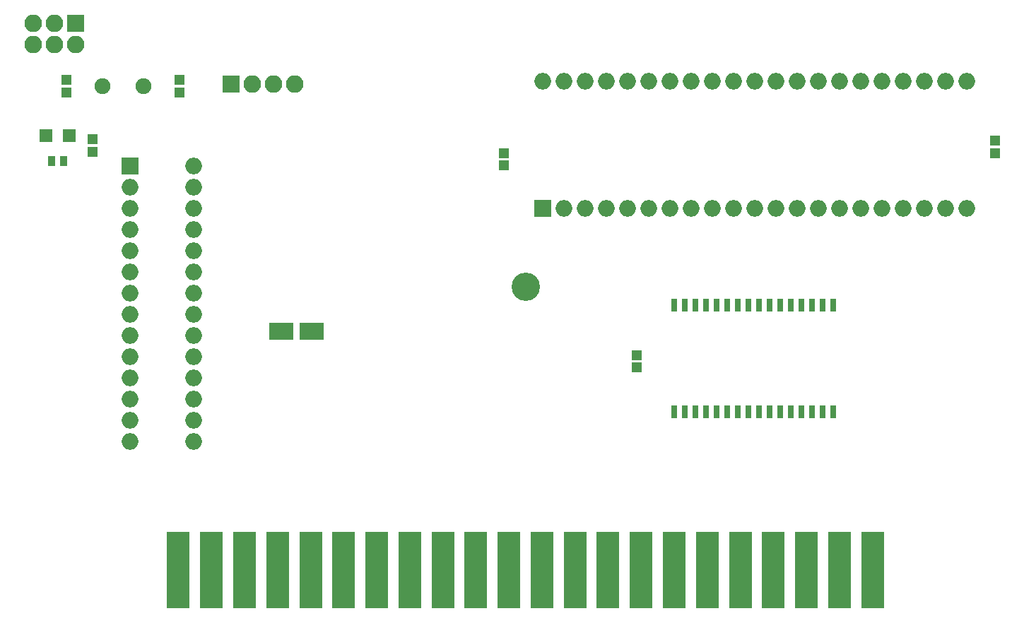
<source format=gbr>
G04 #@! TF.FileFunction,Soldermask,Top*
%FSLAX46Y46*%
G04 Gerber Fmt 4.6, Leading zero omitted, Abs format (unit mm)*
G04 Created by KiCad (PCBNEW 4.0.7) date 07/31/18 13:25:54*
%MOMM*%
%LPD*%
G01*
G04 APERTURE LIST*
%ADD10C,0.100000*%
%ADD11R,2.000000X2.000000*%
%ADD12O,2.000000X2.000000*%
%ADD13R,1.150000X1.200000*%
%ADD14R,3.000000X2.000000*%
%ADD15R,1.500000X1.500000*%
%ADD16R,2.100000X2.100000*%
%ADD17O,2.100000X2.100000*%
%ADD18R,0.900000X1.300000*%
%ADD19C,1.900000*%
%ADD20R,2.800000X9.200000*%
%ADD21R,0.800000X1.600000*%
%ADD22C,3.400000*%
G04 APERTURE END LIST*
D10*
D11*
X109080300Y-60985400D03*
D12*
X159880300Y-45745400D03*
X111620300Y-60985400D03*
X157340300Y-45745400D03*
X114160300Y-60985400D03*
X154800300Y-45745400D03*
X116700300Y-60985400D03*
X152260300Y-45745400D03*
X119240300Y-60985400D03*
X149720300Y-45745400D03*
X121780300Y-60985400D03*
X147180300Y-45745400D03*
X124320300Y-60985400D03*
X144640300Y-45745400D03*
X126860300Y-60985400D03*
X142100300Y-45745400D03*
X129400300Y-60985400D03*
X139560300Y-45745400D03*
X131940300Y-60985400D03*
X137020300Y-45745400D03*
X134480300Y-60985400D03*
X134480300Y-45745400D03*
X137020300Y-60985400D03*
X131940300Y-45745400D03*
X139560300Y-60985400D03*
X129400300Y-45745400D03*
X142100300Y-60985400D03*
X126860300Y-45745400D03*
X144640300Y-60985400D03*
X124320300Y-45745400D03*
X147180300Y-60985400D03*
X121780300Y-45745400D03*
X149720300Y-60985400D03*
X119240300Y-45745400D03*
X152260300Y-60985400D03*
X116700300Y-45745400D03*
X154800300Y-60985400D03*
X114160300Y-45745400D03*
X157340300Y-60985400D03*
X111620300Y-45745400D03*
X159880300Y-60985400D03*
X109080300Y-45745400D03*
D13*
X55118000Y-52678900D03*
X55118000Y-54178900D03*
X51968400Y-45541500D03*
X51968400Y-47041500D03*
X65570100Y-47079600D03*
X65570100Y-45579600D03*
D14*
X81345180Y-75717400D03*
X77745180Y-75717400D03*
D13*
X163220400Y-54356700D03*
X163220400Y-52856700D03*
X120309640Y-80043720D03*
X120309640Y-78543720D03*
X104404160Y-55817200D03*
X104404160Y-54317200D03*
D15*
X49539700Y-52273200D03*
X52339700Y-52273200D03*
D16*
X71755000Y-46062900D03*
D17*
X74295000Y-46062900D03*
X76835000Y-46062900D03*
X79375000Y-46062900D03*
D18*
X50189700Y-55295800D03*
X51689700Y-55295800D03*
D19*
X61188600Y-46329600D03*
X56308600Y-46329600D03*
D11*
X59570620Y-55918100D03*
D12*
X67190620Y-88938100D03*
X59570620Y-58458100D03*
X67190620Y-86398100D03*
X59570620Y-60998100D03*
X67190620Y-83858100D03*
X59570620Y-63538100D03*
X67190620Y-81318100D03*
X59570620Y-66078100D03*
X67190620Y-78778100D03*
X59570620Y-68618100D03*
X67190620Y-76238100D03*
X59570620Y-71158100D03*
X67190620Y-73698100D03*
X59570620Y-73698100D03*
X67190620Y-71158100D03*
X59570620Y-76238100D03*
X67190620Y-68618100D03*
X59570620Y-78778100D03*
X67190620Y-66078100D03*
X59570620Y-81318100D03*
X67190620Y-63538100D03*
X59570620Y-83858100D03*
X67190620Y-60998100D03*
X59570620Y-86398100D03*
X67190620Y-58458100D03*
X59570620Y-88938100D03*
X67190620Y-55918100D03*
D20*
X65399940Y-104279120D03*
X69359940Y-104279120D03*
X73319940Y-104279120D03*
X77279940Y-104279120D03*
X81239940Y-104279120D03*
X85199940Y-104279120D03*
X89159940Y-104279120D03*
X93119940Y-104279120D03*
X97079940Y-104279120D03*
X101039940Y-104279120D03*
X104999940Y-104279120D03*
X108959940Y-104279120D03*
X112919940Y-104279120D03*
X120839940Y-104279120D03*
X140639940Y-104279120D03*
X116879940Y-104279120D03*
X128759940Y-104279120D03*
X148559940Y-104279120D03*
X144599940Y-104279120D03*
X124799940Y-104279120D03*
X136679940Y-104279120D03*
X132719940Y-104279120D03*
D21*
X124835700Y-85343200D03*
X126105700Y-85343200D03*
X127375700Y-85343200D03*
X128645700Y-85343200D03*
X129915700Y-85343200D03*
X131185700Y-85343200D03*
X132455700Y-85343200D03*
X133725700Y-85343200D03*
X134995700Y-85343200D03*
X136265700Y-85343200D03*
X137535700Y-85343200D03*
X138805700Y-85343200D03*
X140075700Y-85343200D03*
X141345700Y-85343200D03*
X142615700Y-85343200D03*
X143885700Y-85343200D03*
X143885700Y-72543200D03*
X142615700Y-72543200D03*
X141345700Y-72543200D03*
X140075700Y-72543200D03*
X138805700Y-72543200D03*
X137535700Y-72543200D03*
X136265700Y-72543200D03*
X134995700Y-72543200D03*
X133725700Y-72543200D03*
X132455700Y-72543200D03*
X131185700Y-72543200D03*
X129915700Y-72543200D03*
X128645700Y-72543200D03*
X127375700Y-72543200D03*
X126105700Y-72543200D03*
X124835700Y-72543200D03*
D16*
X53080000Y-38810000D03*
D17*
X53080000Y-41350000D03*
X50540000Y-38810000D03*
X50540000Y-41350000D03*
X48000000Y-38810000D03*
X48000000Y-41350000D03*
D22*
X107010000Y-70329880D03*
M02*

</source>
